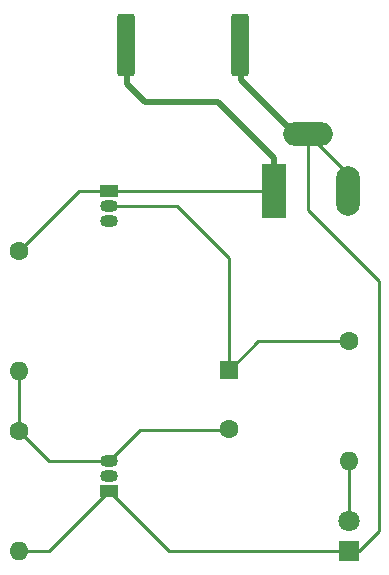
<source format=gbr>
%TF.GenerationSoftware,KiCad,Pcbnew,7.0.9*%
%TF.CreationDate,2023-12-23T13:53:55+09:00*%
%TF.ProjectId,______1,d7edb8a7-afc8-4312-9e6b-696361645f70,rev?*%
%TF.SameCoordinates,Original*%
%TF.FileFunction,Copper,L1,Top*%
%TF.FilePolarity,Positive*%
%FSLAX46Y46*%
G04 Gerber Fmt 4.6, Leading zero omitted, Abs format (unit mm)*
G04 Created by KiCad (PCBNEW 7.0.9) date 2023-12-23 13:53:55*
%MOMM*%
%LPD*%
G01*
G04 APERTURE LIST*
G04 Aperture macros list*
%AMRoundRect*
0 Rectangle with rounded corners*
0 $1 Rounding radius*
0 $2 $3 $4 $5 $6 $7 $8 $9 X,Y pos of 4 corners*
0 Add a 4 corners polygon primitive as box body*
4,1,4,$2,$3,$4,$5,$6,$7,$8,$9,$2,$3,0*
0 Add four circle primitives for the rounded corners*
1,1,$1+$1,$2,$3*
1,1,$1+$1,$4,$5*
1,1,$1+$1,$6,$7*
1,1,$1+$1,$8,$9*
0 Add four rect primitives between the rounded corners*
20,1,$1+$1,$2,$3,$4,$5,0*
20,1,$1+$1,$4,$5,$6,$7,0*
20,1,$1+$1,$6,$7,$8,$9,0*
20,1,$1+$1,$8,$9,$2,$3,0*%
G04 Aperture macros list end*
%TA.AperFunction,SMDPad,CuDef*%
%ADD10RoundRect,0.250001X-0.487499X-2.399999X0.487499X-2.399999X0.487499X2.399999X-0.487499X2.399999X0*%
%TD*%
%TA.AperFunction,ComponentPad*%
%ADD11R,1.500000X1.050000*%
%TD*%
%TA.AperFunction,ComponentPad*%
%ADD12O,1.500000X1.050000*%
%TD*%
%TA.AperFunction,ComponentPad*%
%ADD13C,1.600000*%
%TD*%
%TA.AperFunction,ComponentPad*%
%ADD14O,1.600000X1.600000*%
%TD*%
%TA.AperFunction,ComponentPad*%
%ADD15R,1.800000X1.800000*%
%TD*%
%TA.AperFunction,ComponentPad*%
%ADD16C,1.800000*%
%TD*%
%TA.AperFunction,ComponentPad*%
%ADD17R,1.600000X1.600000*%
%TD*%
%TA.AperFunction,ComponentPad*%
%ADD18R,2.000000X4.600000*%
%TD*%
%TA.AperFunction,ComponentPad*%
%ADD19O,2.000000X4.200000*%
%TD*%
%TA.AperFunction,ComponentPad*%
%ADD20O,4.200000X2.000000*%
%TD*%
%TA.AperFunction,Conductor*%
%ADD21C,0.250000*%
%TD*%
%TA.AperFunction,Conductor*%
%ADD22C,0.500000*%
%TD*%
G04 APERTURE END LIST*
D10*
%TO.P,REF\u002A\u002A,GND*%
%TO.N,GND*%
X168590000Y-76290000D03*
%TO.P,REF\u002A\u002A,VCC*%
%TO.N,Net-(Q2-C)*%
X158965000Y-76290000D03*
%TD*%
D11*
%TO.P,Q2,1,E*%
%TO.N,Net-(Q2-E)*%
X157480000Y-88600000D03*
D12*
%TO.P,Q2,2,C*%
%TO.N,Net-(Q2-C)*%
X157480000Y-89870000D03*
%TO.P,Q2,3,B*%
%TO.N,Net-(Q1-C)*%
X157480000Y-91140000D03*
%TD*%
D13*
%TO.P,R2,1*%
%TO.N,Net-(Q2-E)*%
X149860000Y-93680000D03*
D14*
%TO.P,R2,2*%
%TO.N,Net-(Q1-B)*%
X149860000Y-103840000D03*
%TD*%
D13*
%TO.P,R1,1*%
%TO.N,Net-(Q2-C)*%
X177800000Y-101300000D03*
D14*
%TO.P,R1,2*%
%TO.N,Net-(D1-A)*%
X177800000Y-111460000D03*
%TD*%
D15*
%TO.P,D1,1,K*%
%TO.N,GND*%
X177800000Y-119080000D03*
D16*
%TO.P,D1,2,A*%
%TO.N,Net-(D1-A)*%
X177800000Y-116540000D03*
%TD*%
D17*
%TO.P,C1,1*%
%TO.N,Net-(Q2-C)*%
X167650000Y-103800000D03*
D13*
%TO.P,C1,2*%
%TO.N,Net-(Q1-B)*%
X167650000Y-108800000D03*
%TD*%
D18*
%TO.P,J1,1*%
%TO.N,Net-(Q2-E)*%
X171450000Y-88600000D03*
D19*
%TO.P,J1,2*%
%TO.N,GND*%
X177750000Y-88600000D03*
D20*
%TO.P,J1,3*%
X174350000Y-83800000D03*
%TD*%
D13*
%TO.P,R3,1*%
%TO.N,Net-(Q1-B)*%
X149860000Y-108920000D03*
D14*
%TO.P,R3,2*%
%TO.N,GND*%
X149860000Y-119080000D03*
%TD*%
D11*
%TO.P,Q1,1,E*%
%TO.N,GND*%
X157480000Y-114000000D03*
D12*
%TO.P,Q1,2,C*%
%TO.N,Net-(Q1-C)*%
X157480000Y-112730000D03*
%TO.P,Q1,3,B*%
%TO.N,Net-(Q1-B)*%
X157480000Y-111460000D03*
%TD*%
D21*
%TO.N,GND*%
X177750000Y-87200000D02*
X174350000Y-83800000D01*
X174350000Y-90230000D02*
X180340000Y-96220000D01*
X152400000Y-119080000D02*
X149860000Y-119080000D01*
D22*
X173250000Y-83800000D02*
X168662500Y-79212500D01*
D21*
X180340000Y-96220000D02*
X180340000Y-117380000D01*
X157480000Y-114000000D02*
X152400000Y-119080000D01*
X180340000Y-117380000D02*
X178640000Y-119080000D01*
D22*
X168662500Y-79212500D02*
X168662500Y-77400000D01*
D21*
X177800000Y-119080000D02*
X162560000Y-119080000D01*
X174350000Y-83800000D02*
X174350000Y-90230000D01*
X174350000Y-83800000D02*
X173250000Y-83800000D01*
X162560000Y-119080000D02*
X157480000Y-114000000D01*
X177750000Y-88600000D02*
X177750000Y-87200000D01*
X178640000Y-119080000D02*
X177800000Y-119080000D01*
%TO.N,Net-(Q1-B)*%
X167640000Y-108840000D02*
X160100000Y-108840000D01*
X160100000Y-108840000D02*
X157480000Y-111460000D01*
X149860000Y-103840000D02*
X149860000Y-108920000D01*
X152400000Y-111460000D02*
X149860000Y-108920000D01*
X157480000Y-111460000D02*
X152400000Y-111460000D01*
%TO.N,Net-(Q2-E)*%
X154940000Y-88600000D02*
X157480000Y-88600000D01*
X157480000Y-88600000D02*
X170875000Y-88600000D01*
X149860000Y-93680000D02*
X154940000Y-88600000D01*
%TO.N,Net-(Q2-C)*%
X170150000Y-101330000D02*
X167640000Y-103840000D01*
D22*
X159037500Y-79587500D02*
X160570000Y-81120000D01*
X166696396Y-81120000D02*
X171450000Y-85873604D01*
X159037500Y-78000000D02*
X159037500Y-79587500D01*
X160570000Y-81120000D02*
X166696396Y-81120000D01*
D21*
X172680000Y-101300000D02*
X172650000Y-101330000D01*
D22*
X171450000Y-85873604D02*
X171450000Y-88600000D01*
D21*
X167640000Y-103840000D02*
X167640000Y-94270000D01*
X167640000Y-94270000D02*
X163240000Y-89870000D01*
X163240000Y-89870000D02*
X157480000Y-89870000D01*
X177800000Y-101300000D02*
X172680000Y-101300000D01*
X172650000Y-101330000D02*
X170150000Y-101330000D01*
%TO.N,Net-(D1-A)*%
X177800000Y-116540000D02*
X177800000Y-111460000D01*
%TD*%
M02*

</source>
